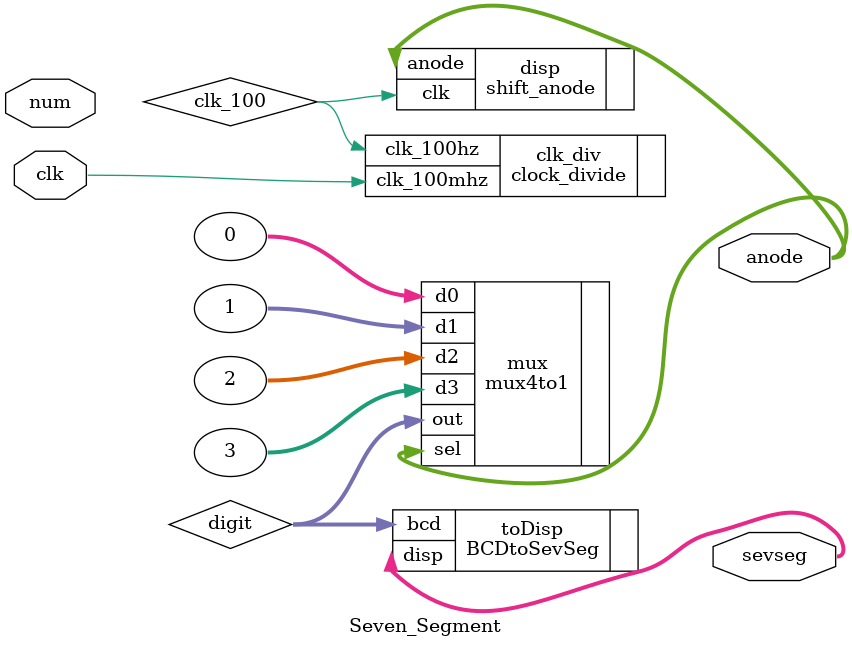
<source format=v>
`timescale 1ns / 1ps
module Seven_Segment(
	output	[3:0] anode,
	output	[7:0] sevseg,
	input		[5:0] num,
	input		clk
   );
	
	
	//Clock divider for seven segment display
	clock_divide clk_div(.clk_100hz(clk_100),.clk_100mhz(clk));
	
	
	//Shift selected segments
	wire [3:0] anode;
	shift_anode disp(.anode(anode),.clk(clk_100));
	
	//Convert LIFO output to BCD
	wire [3:0] d0_bcd, d1_bcd;
	split_digits split(.d0(d0_bcd),.d1(d1_bcd),.in(num));
	
	//Multiplex digits
	wire [3:0] digit;
	//mux4to1 mux(.out(digit),.sel(anode), .d0(d0_bcd), .d1(d1_bcd), .d2(0), .d3(0));
	mux4to1 mux(.out(digit),.sel(anode), .d0(0), .d1(1), .d2(2), .d3(3));
	
	//Convert to seven segment display format
	BCDtoSevSeg toDisp(.disp(sevseg),.bcd(digit));

endmodule

</source>
